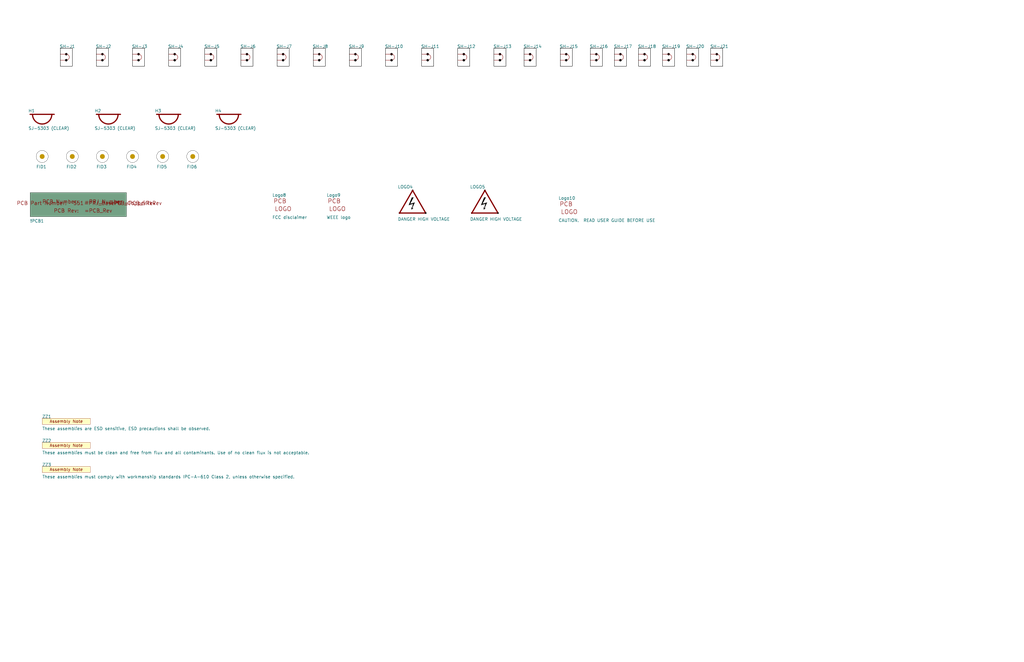
<source format=kicad_sch>
(kicad_sch (version 20250114) (generator "eeschema") (generator_version "9.0")
  (paper "User" 431.8 279.4)
  (title_block (title "Hardware") (date "Not shown in title block") (rev "Use project parameter SCH_Rev") (company "Not shown in title block"))
  (lib_symbols
    (symbol "Altium Vault - TI:root_0_Assembly Note_Altium Vault - TI" (pin_numbers (hide yes)) (pin_names (hide yes))
      (symbol "root_0_Assembly Note_Altium Vault - TI_1_0"
        (rectangle (start 10.16 1.27) (end -10.16 -1.27) (stroke (width 0.0254) (color 128 0 0 1)) (fill (type background)))
        (text "Assembly Note" (at 0 0 0) (effects (font (size 1.27 1.27))))
      )
    )
    (symbol "Altium Vault - TI:root_0_Bumpon_Altium Vault - TI" (pin_numbers (hide yes)) (pin_names (hide yes))
      (symbol "root_0_Bumpon_Altium Vault - TI_1_0"
        (polyline (pts (xy -5.08 0) (xy 5.08 0)) (stroke (width 0.508)))
        (arc (start 4.064 0) (mid 0 -4.064) (end -4.064 0) (stroke (width 0.508)))
      )
    )
    (symbol "Altium Vault - TI:root_0_CMP-0074769-1_Altium Vault - TI" (pin_numbers (hide yes)) (pin_names (hide yes))
      (symbol "root_0_CMP-0074769-1_Altium Vault - TI_1_0"
        (text "PCB" (at -1.328 1.524 0) (effects (font (size 1.778 1.778))))
        (text "LOGO" (at 0 -1.778 0) (effects (font (size 1.778 1.778))))
      )
    )
    (symbol "Altium Vault - TI:root_0_CMP-0074847-1_Altium Vault - TI" (pin_numbers (hide yes)) (pin_names (hide yes))
      (symbol "root_0_CMP-0074847-1_Altium Vault - TI_1_0"
        (text "PCB" (at -1.328 1.524 0) (effects (font (size 1.778 1.778))))
        (text "LOGO" (at 0 -1.778 0) (effects (font (size 1.778 1.778))))
      )
    )
    (symbol "Altium Vault - TI:root_0_Fiducial_Altium Vault - TI" (pin_numbers (hide yes)) (pin_names (hide yes))
      (symbol "root_0_Fiducial_Altium Vault - TI_1_0"
        (circle (center 0 0) (radius 1.016) (stroke (width -0.0001) (color 195 152 0 1)) (fill (type outline)))
        (circle (center 0 0) (radius 2.54) (stroke (width 0.0254) (color 0 0 0 1)) (fill (type color) (color 255 255 255 1)))
      )
    )
    (symbol "Altium Vault - TI:root_0_IEC_HighVoltage_Altium Vault - TI" (pin_numbers (hide yes)) (pin_names (hide yes))
      (symbol "root_0_IEC_HighVoltage_Altium Vault - TI_1_0"
        (circle (center -5.512 -4.813) (radius 0.318) (stroke (width -0.0001) (color 0 0 0 1)) (fill (type outline)))
        (circle (center -5.512 -4.813) (radius 0.318) (stroke (width -0.0001) (color 0 0 0 1)) (fill (type outline)))
        (polyline (pts (xy -5.512 -4.813) (xy 0 4.733)) (stroke (width 0.508)))
        (polyline (pts (xy -5.512 -4.813) (xy 5.512 -4.813)) (stroke (width 0.508)))
        (polyline (pts (xy -0.33 1.803) (xy 0.432 1.803) (xy -0.991 -0.889) (xy 0.965 -0.305) (xy -0.102 -2.667) (xy 0.33 -2.591) (xy -0.432 -3.454) (xy -0.584 -2.413) (xy -0.279 -2.616) (xy 0.178 -0.914) (xy -1.676 -1.524) (xy -0.33 1.803)) (stroke (width -0.0001) (color 0 0 0 1)) (fill (type outline)))
        (circle (center 0 4.733) (radius 0.318) (stroke (width -0.0001) (color 0 0 0 1)) (fill (type outline)))
        (circle (center 0 4.733) (radius 0.318) (stroke (width -0.0001) (color 0 0 0 1)) (fill (type outline)))
        (polyline (pts (xy 0 4.733) (xy 5.512 -4.813)) (stroke (width 0.508)))
        (circle (center 5.512 -4.813) (radius 0.318) (stroke (width -0.0001) (color 0 0 0 1)) (fill (type outline)))
        (circle (center 5.512 -4.813) (radius 0.318) (stroke (width -0.0001) (color 0 0 0 1)) (fill (type outline)))
      )
    )
    (symbol "Altium Vault - TI:root_0_Logo_Altium Vault - TI" (pin_numbers (hide yes)) (pin_names (hide yes))
      (symbol "root_0_Logo_Altium Vault - TI_1_0"
        (text "PCB" (at -1.328 1.524 0) (effects (font (size 1.778 1.778))))
        (text "LOGO" (at 0 -1.778 0) (effects (font (size 1.778 1.778))))
      )
    )
    (symbol "Altium Vault - TI:root_0_PCB_Altium Vault - TI_0" (pin_numbers (hide yes)) (pin_names (hide yes))
      (symbol "root_0_PCB_Altium Vault - TI_0_1_0"
        (rectangle (start 20.32 5.08) (end -20.32 -5.08) (stroke (width 0.0254) (color 0 0 0 1)) (fill (type color) (color 116 161 133 1)))
        (text "PCB Part Number:" (at -15.392 0.635 0) (effects (font (size 1.524 1.524))))
        (text "PCB Number:" (at -15.24 0.381 0) (effects (font (size 1.524 1.524)) (justify left bottom)))
        (text "PCB Rev:" (at -10.388 -3.429 0) (effects (font (size 1.524 1.524)) (justify left bottom)))
        (text "551" (at -2.21 0.635 0) (effects (font (size 1.524 1.524)) (justify left)))
        (text "=PRJ_BasePN" (at 2.388 0.635 0) (effects (font (size 1.524 1.524)) (justify left)))
        (text "=PRJ_Number" (at 2.54 0.381 0) (effects (font (size 1.524 1.524)) (justify left bottom)))
        (text "=PCB_Rev" (at 2.54 -3.429 0) (effects (font (size 1.524 1.524)) (justify left bottom)))
        (text "-" (at 11.938 0.762 0) (effects (font (size 1.524 1.524)) (justify left)))
        (text "=PCB_CopperRev" (at 12.954 0.635 0) (effects (font (size 1.524 1.524)) (justify left)))
        (text "=PCB_SilkRev" (at 19.279 0.635 0) (effects (font (size 1.524 1.524)) (justify left)))
      )
    )
    (symbol "Altium Vault - TI:root_0_Shunt_Altium Vault - TI" (pin_numbers (hide yes)) (pin_names (hide yes))
      (symbol "root_0_Shunt_Altium Vault - TI_1_0"
        (circle (center 0 2.54) (radius 0.508) (stroke (width -0.0001) (color 0 0 0 1)) (fill (type outline)))
        (polyline (pts (xy 0 2.54) (xy -2.54 2.54)))
        (arc (start 0 2.54) (mid 1.27 1.27) (end 0 0))
        (polyline (pts (xy 0 0) (xy -2.54 0)))
        (circle (center 0 0) (radius 0.508) (stroke (width -0.0001) (color 0 0 0 1)) (fill (type outline)))
        (rectangle (start 2.54 5.08) (end -2.54 -2.54) (stroke (width 0) (color 0 0 0 1)) (fill (type color) (color 255 255 255 1)))
      )
    )
    (symbol "root_0_Assembly Note_Altium Vault - TI_1" (pin_numbers (hide yes)) (pin_names (hide yes))
      (symbol "root_0_Assembly Note_Altium Vault - TI_1_1_0"
        (rectangle (start 10.16 1.27) (end -10.16 -1.27) (stroke (width 0.0254) (color 128 0 0 1)) (fill (type background)))
        (text "Assembly Note" (at 0 0 0) (effects (font (size 1.27 1.27))))
      )
    )
    (symbol "root_0_Assembly Note_Altium Vault - TI_2" (pin_numbers (hide yes)) (pin_names (hide yes))
      (symbol "root_0_Assembly Note_Altium Vault - TI_2_1_0"
        (rectangle (start 10.16 1.27) (end -10.16 -1.27) (stroke (width 0.0254) (color 128 0 0 1)) (fill (type background)))
        (text "Assembly Note" (at 0 0 0) (effects (font (size 1.27 1.27))))
      )
    )
  )
  (symbol (lib_id "Altium Vault - TI:root_0_Bumpon_Altium Vault - TI") (at 17.78 48.26 0) (unit 1)
    (property "Reference" "H1" (at 11.938 47.498 0) (effects (justify left bottom)))
    (property "Value" "SJ-5303 (CLEAR)" (at 11.938 54.864 0) (effects (justify left bottom)))
    (property "Footprint" "Bumpon_SJ5003Transparent" (effects (hide yes)))
    (property "Description" "Bumpon, Hemisphere, 0.44 X 0.20, Clear" (effects (hide yes)))
    (property "COMPTYPE" "Bumpon" (effects (hide yes)))
    (property "MANUFACTURER" "3M" (effects (hide yes)))
    (property "PARTNUMBER" "SJ-5303 (CLEAR)" (effects (hide yes)))
    (property "ROHS" "Y" (effects (hide yes)))
    (property "PACKAGEREFERENCE" "Transparent Bumpon" (effects (hide yes)))
    (property "MOUNTTYPE" "N/A" (effects (hide yes)))
    (property "COMPONENTLINK1DESCRIPTION" "Datasheet Link" (effects (hide yes)))
    (property "COMPONENTLINK1URL" "http://multimedia.mmm.com/mws/mediawebserver.dyn?6666660Zjcf6lVs6EVs666cIsCOrrrrQ-" (effects (hide yes)))
    (property "PUBLISHER" "Texas Instruments" (effects (hide yes)))
    (property "LATESTREVISIONDATE" "2017-03-09" (effects (hide yes)))
    (property "SUPPLIER 1" "Digi-Key" (effects (hide yes)))
    (property "SUPPLIER PART NUMBER 1" "SJ5303-7-ND" (effects (hide yes)))
    (property "SUPPLIER 2" "Newark" (effects (hide yes)))
    (property "SUPPLIER PART NUMBER 2" "23M7326" (effects (hide yes)))
    (property "SUPPLIER 3" "Mouser" (effects (hide yes)))
    (property "SUPPLIER PART NUMBER 3" "517-SJ-5303CL" (effects (hide yes)))
    (property "KEY" "SJ-5303 (CLEAR)" (effects (hide yes)))
  )
  (symbol (lib_id "Altium Vault - TI:root_0_Fiducial_Altium Vault - TI") (at 81.28 66.04 0) (unit 1)
    (property "Reference" "FID6" (at 78.74 71.12 0) (effects (justify left bottom)))
    (property "Value" "Fiducial" (effects (hide yes)))
    (property "Footprint" "Fiducial10-20" (effects (hide yes)))
    (property "Description" "Fiducial mark.  There is nothing to buy or mount." (effects (hide yes)))
    (property "COMPTYPE" "Fiducial" (effects (hide yes)))
    (property "MANUFACTURER" "N/A" (effects (hide yes)))
    (property "MOUNTTYPE" "N/A" (effects (hide yes)))
    (property "PACKAGEREFERENCE" "N/A" (effects (hide yes)))
    (property "PARTNUMBER" "N/A" (effects (hide yes)))
    (property "CLASSNAME" "FiducialMark" (effects (hide yes)))
    (property "LIBRARY REFERENCE" "Fiducial" (effects (hide yes)))
  )
  (symbol (lib_id "Altium Vault - TI:root_0_Shunt_Altium Vault - TI") (at 165.1 25.4 0) (unit 1)
    (property "Reference" "SH-J10" (at 162.306 20.32 0) (effects (justify left bottom)))
    (property "Value" "SNT-100-BK-G" (effects (hide yes)))
    (property "Footprint" "SNT-100-BK-G" (effects (hide yes)))
    (property "Description" "Shunt, 100mil, Gold plated, Black" (effects (hide yes)))
    (property "COMPONENTLINK1URL" "http://www.samtec.com/ftppub/pdf/SNT.PDF" (effects (hide yes)))
    (property "ALTIUM_VALUE" "1x2" (effects (hide yes)))
    (property "SUPPLIER 1" "Digi-Key" (effects (hide yes)))
    (property "COMPTYPE" "Shunt" (effects (hide yes)))
    (property "PACKAGEREFERENCE" "Shunt" (effects (hide yes)))
    (property "CLASSNAME" "Shunt" (effects (hide yes)))
    (property "ROHS" "Y" (effects (hide yes)))
    (property "ALTERNATE PARTNUMBER" "969102-0000-DA" (effects (hide yes)))
    (property "SUPPLIER PART NUMBER 1" "SAM8858-ND" (effects (hide yes)))
    (property "MOUNTTYPE" "N/A" (effects (hide yes)))
    (property "MANUFACTURER" "Samtec" (effects (hide yes)))
    (property "PARTNUMBER" "SNT-100-BK-G" (effects (hide yes)))
    (property "COMPONENTLINK1DESCRIPTION" "Datasheet Link" (effects (hide yes)))
    (property "ALTERNATE MANUFACTURER" "3M" (effects (hide yes)))
  )
  (symbol (lib_id "Altium Vault - TI:root_0_PCB_Altium Vault - TI_0") (at 33.02 86.36 0) (unit 1)
    (property "Reference" "!PCB1" (at 12.7 93.98 0) (effects (justify left bottom)))
    (property "Value" "Printed Circuit Board" (effects (hide yes)))
    (property "Description" "Printed Circuit Board" (effects (hide yes)))
    (property "COMPTYPE" "PCB" (effects (hide yes)))
    (property "MANUFACTURER" "Any" (effects (hide yes)))
    (property "ROHS" "O" (effects (hide yes)))
    (property "MOUNTTYPE" "N/A" (effects (hide yes)))
    (property "PUBLISHER" "Texas Instruments" (effects (hide yes)))
    (property "LATESTREVISIONDATE" "2017-03-09" (effects (hide yes)))
    (property "KEY" "PCB" (effects (hide yes)))
  )
  (symbol (lib_id "Altium Vault - TI:root_0_Shunt_Altium Vault - TI") (at 223.52 25.4 0) (unit 1)
    (property "Reference" "SH-J14" (at 220.726 20.32 0) (effects (justify left bottom)))
    (property "Value" "SNT-100-BK-G" (effects (hide yes)))
    (property "Footprint" "SNT-100-BK-G" (effects (hide yes)))
    (property "Description" "Shunt, 100mil, Gold plated, Black" (effects (hide yes)))
    (property "COMPONENTLINK1URL" "http://www.samtec.com/ftppub/pdf/SNT.PDF" (effects (hide yes)))
    (property "ALTIUM_VALUE" "1x2" (effects (hide yes)))
    (property "SUPPLIER 1" "Digi-Key" (effects (hide yes)))
    (property "COMPTYPE" "Shunt" (effects (hide yes)))
    (property "PACKAGEREFERENCE" "Shunt" (effects (hide yes)))
    (property "CLASSNAME" "Shunt" (effects (hide yes)))
    (property "ROHS" "Y" (effects (hide yes)))
    (property "ALTERNATE PARTNUMBER" "969102-0000-DA" (effects (hide yes)))
    (property "SUPPLIER PART NUMBER 1" "SAM8858-ND" (effects (hide yes)))
    (property "MOUNTTYPE" "N/A" (effects (hide yes)))
    (property "MANUFACTURER" "Samtec" (effects (hide yes)))
    (property "PARTNUMBER" "SNT-100-BK-G" (effects (hide yes)))
    (property "COMPONENTLINK1DESCRIPTION" "Datasheet Link" (effects (hide yes)))
    (property "ALTERNATE MANUFACTURER" "3M" (effects (hide yes)))
  )
  (symbol (lib_id "Altium Vault - TI:root_0_Bumpon_Altium Vault - TI") (at 45.72 48.26 0) (unit 1)
    (property "Reference" "H2" (at 39.878 47.498 0) (effects (justify left bottom)))
    (property "Value" "SJ-5303 (CLEAR)" (at 39.878 54.864 0) (effects (justify left bottom)))
    (property "Footprint" "Bumpon_SJ5003Transparent" (effects (hide yes)))
    (property "Description" "Bumpon, Hemisphere, 0.44 X 0.20, Clear" (effects (hide yes)))
    (property "COMPTYPE" "Bumpon" (effects (hide yes)))
    (property "MANUFACTURER" "3M" (effects (hide yes)))
    (property "PARTNUMBER" "SJ-5303 (CLEAR)" (effects (hide yes)))
    (property "ROHS" "Y" (effects (hide yes)))
    (property "PACKAGEREFERENCE" "Transparent Bumpon" (effects (hide yes)))
    (property "MOUNTTYPE" "N/A" (effects (hide yes)))
    (property "COMPONENTLINK1DESCRIPTION" "Datasheet Link" (effects (hide yes)))
    (property "COMPONENTLINK1URL" "http://multimedia.mmm.com/mws/mediawebserver.dyn?6666660Zjcf6lVs6EVs666cIsCOrrrrQ-" (effects (hide yes)))
    (property "PUBLISHER" "Texas Instruments" (effects (hide yes)))
    (property "LATESTREVISIONDATE" "2017-03-09" (effects (hide yes)))
    (property "SUPPLIER 1" "Digi-Key" (effects (hide yes)))
    (property "SUPPLIER PART NUMBER 1" "SJ5303-7-ND" (effects (hide yes)))
    (property "SUPPLIER 2" "Newark" (effects (hide yes)))
    (property "SUPPLIER PART NUMBER 2" "23M7326" (effects (hide yes)))
    (property "SUPPLIER 3" "Mouser" (effects (hide yes)))
    (property "SUPPLIER PART NUMBER 3" "517-SJ-5303CL" (effects (hide yes)))
    (property "KEY" "SJ-5303 (CLEAR)" (effects (hide yes)))
  )
  (symbol (lib_name "root_0_Assembly Note_Altium Vault - TI_2") (lib_id "Altium Vault - TI:root_0_Assembly Note_Altium Vault - TI") (at 27.94 198.12 0) (unit 1)
    (property "Reference" "ZZ3" (at 17.78 196.85 0) (effects (justify left bottom)))
    (property "Value" "These assemblies must comply with workmanship standards IPC-A-610 Class 2, unless otherwise specified." (at 17.78 201.93 0) (effects (justify left bottom)))
    (property "Footprint" "AssemblyNote" (effects (hide yes)))
    (property "Description" "These assemblies must comply with workmanship standards IPC-A-610 Class 2, unless otherwise specified." (effects (hide yes)))
    (property "COMPTYPE" "AssemblyNote" (effects (hide yes)))
    (property "CLASSNAME" "AssemblyNote" (effects (hide yes)))
    (property "PUBLISHER" "Texas Instruments" (effects (hide yes)))
    (property "LATESTREVISIONDATE" "2017-08-10" (effects (hide yes)))
    (property "KEY" "AssemblyNote" (effects (hide yes)))
  )
  (symbol (lib_id "Altium Vault - TI:root_0_Shunt_Altium Vault - TI") (at 271.78 25.4 0) (unit 1)
    (property "Reference" "SH-J18" (at 268.986 20.32 0) (effects (justify left bottom)))
    (property "Value" "SNT-100-BK-G" (effects (hide yes)))
    (property "Footprint" "SNT-100-BK-G" (effects (hide yes)))
    (property "Description" "Shunt, 100mil, Gold plated, Black" (effects (hide yes)))
    (property "COMPONENTLINK1URL" "http://www.samtec.com/ftppub/pdf/SNT.PDF" (effects (hide yes)))
    (property "ALTIUM_VALUE" "1x2" (effects (hide yes)))
    (property "SUPPLIER 1" "Digi-Key" (effects (hide yes)))
    (property "COMPTYPE" "Shunt" (effects (hide yes)))
    (property "PACKAGEREFERENCE" "Shunt" (effects (hide yes)))
    (property "CLASSNAME" "Shunt" (effects (hide yes)))
    (property "ROHS" "Y" (effects (hide yes)))
    (property "ALTERNATE PARTNUMBER" "969102-0000-DA" (effects (hide yes)))
    (property "SUPPLIER PART NUMBER 1" "SAM8858-ND" (effects (hide yes)))
    (property "MOUNTTYPE" "N/A" (effects (hide yes)))
    (property "MANUFACTURER" "Samtec" (effects (hide yes)))
    (property "PARTNUMBER" "SNT-100-BK-G" (effects (hide yes)))
    (property "COMPONENTLINK1DESCRIPTION" "Datasheet Link" (effects (hide yes)))
    (property "ALTERNATE MANUFACTURER" "3M" (effects (hide yes)))
  )
  (symbol (lib_id "Altium Vault - TI:root_0_Fiducial_Altium Vault - TI") (at 17.78 66.04 0) (unit 1)
    (property "Reference" "FID1" (at 15.24 71.12 0) (effects (justify left bottom)))
    (property "Value" "Fiducial" (effects (hide yes)))
    (property "Footprint" "Fiducial10-20" (effects (hide yes)))
    (property "Description" "Fiducial mark.  There is nothing to buy or mount." (effects (hide yes)))
    (property "COMPTYPE" "Fiducial" (effects (hide yes)))
    (property "MANUFACTURER" "N/A" (effects (hide yes)))
    (property "MOUNTTYPE" "N/A" (effects (hide yes)))
    (property "PACKAGEREFERENCE" "N/A" (effects (hide yes)))
    (property "PARTNUMBER" "N/A" (effects (hide yes)))
    (property "CLASSNAME" "FiducialMark" (effects (hide yes)))
    (property "LIBRARY REFERENCE" "Fiducial" (effects (hide yes)))
  )
  (symbol (lib_id "Altium Vault - TI:root_0_Shunt_Altium Vault - TI") (at 251.46 25.4 0) (unit 1)
    (property "Reference" "SH-J16" (at 248.666 20.32 0) (effects (justify left bottom)))
    (property "Value" "SNT-100-BK-G" (effects (hide yes)))
    (property "Footprint" "SNT-100-BK-G" (effects (hide yes)))
    (property "Description" "Shunt, 100mil, Gold plated, Black" (effects (hide yes)))
    (property "COMPONENTLINK1URL" "http://www.samtec.com/ftppub/pdf/SNT.PDF" (effects (hide yes)))
    (property "ALTIUM_VALUE" "1x2" (effects (hide yes)))
    (property "SUPPLIER 1" "Digi-Key" (effects (hide yes)))
    (property "COMPTYPE" "Shunt" (effects (hide yes)))
    (property "PACKAGEREFERENCE" "Shunt" (effects (hide yes)))
    (property "CLASSNAME" "Shunt" (effects (hide yes)))
    (property "ROHS" "Y" (effects (hide yes)))
    (property "ALTERNATE PARTNUMBER" "969102-0000-DA" (effects (hide yes)))
    (property "SUPPLIER PART NUMBER 1" "SAM8858-ND" (effects (hide yes)))
    (property "MOUNTTYPE" "N/A" (effects (hide yes)))
    (property "MANUFACTURER" "Samtec" (effects (hide yes)))
    (property "PARTNUMBER" "SNT-100-BK-G" (effects (hide yes)))
    (property "COMPONENTLINK1DESCRIPTION" "Datasheet Link" (effects (hide yes)))
    (property "ALTERNATE MANUFACTURER" "3M" (effects (hide yes)))
  )
  (symbol (lib_id "Altium Vault - TI:root_0_Shunt_Altium Vault - TI") (at 210.82 25.4 0) (unit 1)
    (property "Reference" "SH-J13" (at 208.026 20.32 0) (effects (justify left bottom)))
    (property "Value" "SNT-100-BK-G" (effects (hide yes)))
    (property "Footprint" "SNT-100-BK-G" (effects (hide yes)))
    (property "Description" "Shunt, 100mil, Gold plated, Black" (effects (hide yes)))
    (property "COMPONENTLINK1URL" "http://www.samtec.com/ftppub/pdf/SNT.PDF" (effects (hide yes)))
    (property "ALTIUM_VALUE" "1x2" (effects (hide yes)))
    (property "SUPPLIER 1" "Digi-Key" (effects (hide yes)))
    (property "COMPTYPE" "Shunt" (effects (hide yes)))
    (property "PACKAGEREFERENCE" "Shunt" (effects (hide yes)))
    (property "CLASSNAME" "Shunt" (effects (hide yes)))
    (property "ROHS" "Y" (effects (hide yes)))
    (property "ALTERNATE PARTNUMBER" "969102-0000-DA" (effects (hide yes)))
    (property "SUPPLIER PART NUMBER 1" "SAM8858-ND" (effects (hide yes)))
    (property "MOUNTTYPE" "N/A" (effects (hide yes)))
    (property "MANUFACTURER" "Samtec" (effects (hide yes)))
    (property "PARTNUMBER" "SNT-100-BK-G" (effects (hide yes)))
    (property "COMPONENTLINK1DESCRIPTION" "Datasheet Link" (effects (hide yes)))
    (property "ALTERNATE MANUFACTURER" "3M" (effects (hide yes)))
  )
  (symbol (lib_id "Altium Vault - TI:root_0_Shunt_Altium Vault - TI") (at 58.42 25.4 0) (unit 1)
    (property "Reference" "SH-J3" (at 55.626 20.32 0) (effects (justify left bottom)))
    (property "Value" "SNT-100-BK-G" (effects (hide yes)))
    (property "Footprint" "SNT-100-BK-G" (effects (hide yes)))
    (property "Description" "Shunt, 100mil, Gold plated, Black" (effects (hide yes)))
    (property "COMPONENTLINK1URL" "http://www.samtec.com/ftppub/pdf/SNT.PDF" (effects (hide yes)))
    (property "ALTIUM_VALUE" "1x2" (effects (hide yes)))
    (property "SUPPLIER 1" "Digi-Key" (effects (hide yes)))
    (property "COMPTYPE" "Shunt" (effects (hide yes)))
    (property "PACKAGEREFERENCE" "Shunt" (effects (hide yes)))
    (property "CLASSNAME" "Shunt" (effects (hide yes)))
    (property "ROHS" "Y" (effects (hide yes)))
    (property "ALTERNATE PARTNUMBER" "969102-0000-DA" (effects (hide yes)))
    (property "SUPPLIER PART NUMBER 1" "SAM8858-ND" (effects (hide yes)))
    (property "MOUNTTYPE" "N/A" (effects (hide yes)))
    (property "MANUFACTURER" "Samtec" (effects (hide yes)))
    (property "PARTNUMBER" "SNT-100-BK-G" (effects (hide yes)))
    (property "COMPONENTLINK1DESCRIPTION" "Datasheet Link" (effects (hide yes)))
    (property "ALTERNATE MANUFACTURER" "3M" (effects (hide yes)))
  )
  (symbol (lib_id "Altium Vault - TI:root_0_Fiducial_Altium Vault - TI") (at 43.18 66.04 0) (unit 1)
    (property "Reference" "FID3" (at 40.64 71.12 0) (effects (justify left bottom)))
    (property "Value" "Fiducial" (effects (hide yes)))
    (property "Footprint" "Fiducial10-20" (effects (hide yes)))
    (property "Description" "Fiducial mark.  There is nothing to buy or mount." (effects (hide yes)))
    (property "COMPTYPE" "Fiducial" (effects (hide yes)))
    (property "MANUFACTURER" "N/A" (effects (hide yes)))
    (property "MOUNTTYPE" "N/A" (effects (hide yes)))
    (property "PACKAGEREFERENCE" "N/A" (effects (hide yes)))
    (property "PARTNUMBER" "N/A" (effects (hide yes)))
    (property "CLASSNAME" "FiducialMark" (effects (hide yes)))
    (property "LIBRARY REFERENCE" "Fiducial" (effects (hide yes)))
  )
  (symbol (lib_id "Altium Vault - TI:root_0_Fiducial_Altium Vault - TI") (at 55.88 66.04 0) (unit 1)
    (property "Reference" "FID4" (at 53.34 71.12 0) (effects (justify left bottom)))
    (property "Value" "Fiducial" (effects (hide yes)))
    (property "Footprint" "Fiducial10-20" (effects (hide yes)))
    (property "Description" "Fiducial mark.  There is nothing to buy or mount." (effects (hide yes)))
    (property "COMPTYPE" "Fiducial" (effects (hide yes)))
    (property "MANUFACTURER" "N/A" (effects (hide yes)))
    (property "MOUNTTYPE" "N/A" (effects (hide yes)))
    (property "PACKAGEREFERENCE" "N/A" (effects (hide yes)))
    (property "PARTNUMBER" "N/A" (effects (hide yes)))
    (property "CLASSNAME" "FiducialMark" (effects (hide yes)))
    (property "LIBRARY REFERENCE" "Fiducial" (effects (hide yes)))
  )
  (symbol (lib_id "Altium Vault - TI:root_0_Shunt_Altium Vault - TI") (at 134.62 25.4 0) (unit 1)
    (property "Reference" "SH-J8" (at 131.826 20.32 0) (effects (justify left bottom)))
    (property "Value" "SNT-100-BK-G" (effects (hide yes)))
    (property "Footprint" "SNT-100-BK-G" (effects (hide yes)))
    (property "Description" "Shunt, 100mil, Gold plated, Black" (effects (hide yes)))
    (property "COMPONENTLINK1URL" "http://www.samtec.com/ftppub/pdf/SNT.PDF" (effects (hide yes)))
    (property "ALTIUM_VALUE" "1x2" (effects (hide yes)))
    (property "SUPPLIER 1" "Digi-Key" (effects (hide yes)))
    (property "COMPTYPE" "Shunt" (effects (hide yes)))
    (property "PACKAGEREFERENCE" "Shunt" (effects (hide yes)))
    (property "CLASSNAME" "Shunt" (effects (hide yes)))
    (property "ROHS" "Y" (effects (hide yes)))
    (property "ALTERNATE PARTNUMBER" "969102-0000-DA" (effects (hide yes)))
    (property "SUPPLIER PART NUMBER 1" "SAM8858-ND" (effects (hide yes)))
    (property "MOUNTTYPE" "N/A" (effects (hide yes)))
    (property "MANUFACTURER" "Samtec" (effects (hide yes)))
    (property "PARTNUMBER" "SNT-100-BK-G" (effects (hide yes)))
    (property "COMPONENTLINK1DESCRIPTION" "Datasheet Link" (effects (hide yes)))
    (property "ALTERNATE MANUFACTURER" "3M" (effects (hide yes)))
  )
  (symbol (lib_id "Altium Vault - TI:root_0_Shunt_Altium Vault - TI") (at 27.94 25.4 0) (unit 1)
    (property "Reference" "SH-J1" (at 25.146 20.32 0) (effects (justify left bottom)))
    (property "Value" "SNT-100-BK-G" (effects (hide yes)))
    (property "Footprint" "SNT-100-BK-G" (effects (hide yes)))
    (property "Description" "Shunt, 100mil, Gold plated, Black" (effects (hide yes)))
    (property "COMPONENTLINK1URL" "http://www.samtec.com/ftppub/pdf/SNT.PDF" (effects (hide yes)))
    (property "ALTIUM_VALUE" "1x2" (effects (hide yes)))
    (property "SUPPLIER 1" "Digi-Key" (effects (hide yes)))
    (property "COMPTYPE" "Shunt" (effects (hide yes)))
    (property "PACKAGEREFERENCE" "Shunt" (effects (hide yes)))
    (property "CLASSNAME" "Shunt" (effects (hide yes)))
    (property "ROHS" "Y" (effects (hide yes)))
    (property "ALTERNATE PARTNUMBER" "969102-0000-DA" (effects (hide yes)))
    (property "SUPPLIER PART NUMBER 1" "SAM8858-ND" (effects (hide yes)))
    (property "MOUNTTYPE" "N/A" (effects (hide yes)))
    (property "MANUFACTURER" "Samtec" (effects (hide yes)))
    (property "PARTNUMBER" "SNT-100-BK-G" (effects (hide yes)))
    (property "COMPONENTLINK1DESCRIPTION" "Datasheet Link" (effects (hide yes)))
    (property "ALTERNATE MANUFACTURER" "3M" (effects (hide yes)))
  )
  (symbol (lib_id "Altium Vault - TI:root_0_Logo_Altium Vault - TI") (at 240.03 87.63 0) (unit 1)
    (property "Reference" "Logo10" (at 235.502 84.328 0) (effects (justify left bottom)))
    (property "Value" "CAUTION.  READ USER GUIDE BEFORE USE" (at 235.502 93.726 0) (effects (justify left bottom)))
    (property "Footprint" "IEC_Caution_Medium" (effects (hide yes)))
    (property "Description" "IEC 61010-1 Caution Warning" (effects (hide yes)))
    (property "LIBRARY REFERENCE" "Logo" (effects (hide yes)))
    (property "PUBLISHER" "Texas Instruments" (effects (hide yes)))
    (property "SYMBOLCREATOR" "a0412235" (effects (hide yes)))
    (property "SYMBOLVERSION" "2011-08-22" (effects (hide yes)))
    (property "PUBLISHED" "2009-03-03" (effects (hide yes)))
    (property "LIB REFERENCE" "IEC_Caution" (effects (hide yes)))
    (property "LATESTREVISIONDATE" "2017-07-06" (effects (hide yes)))
    (property "PARTNUMBER" "CAUTION.  READ USER GUIDE BEFORE USE" (effects (hide yes)))
  )
  (symbol (lib_id "Altium Vault - TI:root_0_Shunt_Altium Vault - TI") (at 261.62 25.4 0) (unit 1)
    (property "Reference" "SH-J17" (at 258.826 20.32 0) (effects (justify left bottom)))
    (property "Value" "SNT-100-BK-G" (effects (hide yes)))
    (property "Footprint" "SNT-100-BK-G" (effects (hide yes)))
    (property "Description" "Shunt, 100mil, Gold plated, Black" (effects (hide yes)))
    (property "COMPONENTLINK1URL" "http://www.samtec.com/ftppub/pdf/SNT.PDF" (effects (hide yes)))
    (property "ALTIUM_VALUE" "1x2" (effects (hide yes)))
    (property "SUPPLIER 1" "Digi-Key" (effects (hide yes)))
    (property "COMPTYPE" "Shunt" (effects (hide yes)))
    (property "PACKAGEREFERENCE" "Shunt" (effects (hide yes)))
    (property "CLASSNAME" "Shunt" (effects (hide yes)))
    (property "ROHS" "Y" (effects (hide yes)))
    (property "ALTERNATE PARTNUMBER" "969102-0000-DA" (effects (hide yes)))
    (property "SUPPLIER PART NUMBER 1" "SAM8858-ND" (effects (hide yes)))
    (property "MOUNTTYPE" "N/A" (effects (hide yes)))
    (property "MANUFACTURER" "Samtec" (effects (hide yes)))
    (property "PARTNUMBER" "SNT-100-BK-G" (effects (hide yes)))
    (property "COMPONENTLINK1DESCRIPTION" "Datasheet Link" (effects (hide yes)))
    (property "ALTERNATE MANUFACTURER" "3M" (effects (hide yes)))
  )
  (symbol (lib_id "Altium Vault - TI:root_0_Shunt_Altium Vault - TI") (at 104.14 25.4 0) (unit 1)
    (property "Reference" "SH-J6" (at 101.346 20.32 0) (effects (justify left bottom)))
    (property "Value" "SNT-100-BK-G" (effects (hide yes)))
    (property "Footprint" "SNT-100-BK-G" (effects (hide yes)))
    (property "Description" "Shunt, 100mil, Gold plated, Black" (effects (hide yes)))
    (property "COMPONENTLINK1URL" "http://www.samtec.com/ftppub/pdf/SNT.PDF" (effects (hide yes)))
    (property "ALTIUM_VALUE" "1x2" (effects (hide yes)))
    (property "SUPPLIER 1" "Digi-Key" (effects (hide yes)))
    (property "COMPTYPE" "Shunt" (effects (hide yes)))
    (property "PACKAGEREFERENCE" "Shunt" (effects (hide yes)))
    (property "CLASSNAME" "Shunt" (effects (hide yes)))
    (property "ROHS" "Y" (effects (hide yes)))
    (property "ALTERNATE PARTNUMBER" "969102-0000-DA" (effects (hide yes)))
    (property "SUPPLIER PART NUMBER 1" "SAM8858-ND" (effects (hide yes)))
    (property "MOUNTTYPE" "N/A" (effects (hide yes)))
    (property "MANUFACTURER" "Samtec" (effects (hide yes)))
    (property "PARTNUMBER" "SNT-100-BK-G" (effects (hide yes)))
    (property "COMPONENTLINK1DESCRIPTION" "Datasheet Link" (effects (hide yes)))
    (property "ALTERNATE MANUFACTURER" "3M" (effects (hide yes)))
  )
  (symbol (lib_id "Altium Vault - TI:root_0_Shunt_Altium Vault - TI") (at 73.66 25.4 0) (unit 1)
    (property "Reference" "SH-J4" (at 70.866 20.32 0) (effects (justify left bottom)))
    (property "Value" "SNT-100-BK-G" (effects (hide yes)))
    (property "Footprint" "SNT-100-BK-G" (effects (hide yes)))
    (property "Description" "Shunt, 100mil, Gold plated, Black" (effects (hide yes)))
    (property "COMPONENTLINK1URL" "http://www.samtec.com/ftppub/pdf/SNT.PDF" (effects (hide yes)))
    (property "ALTIUM_VALUE" "1x2" (effects (hide yes)))
    (property "SUPPLIER 1" "Digi-Key" (effects (hide yes)))
    (property "COMPTYPE" "Shunt" (effects (hide yes)))
    (property "PACKAGEREFERENCE" "Shunt" (effects (hide yes)))
    (property "CLASSNAME" "Shunt" (effects (hide yes)))
    (property "ROHS" "Y" (effects (hide yes)))
    (property "ALTERNATE PARTNUMBER" "969102-0000-DA" (effects (hide yes)))
    (property "SUPPLIER PART NUMBER 1" "SAM8858-ND" (effects (hide yes)))
    (property "MOUNTTYPE" "N/A" (effects (hide yes)))
    (property "MANUFACTURER" "Samtec" (effects (hide yes)))
    (property "PARTNUMBER" "SNT-100-BK-G" (effects (hide yes)))
    (property "COMPONENTLINK1DESCRIPTION" "Datasheet Link" (effects (hide yes)))
    (property "ALTERNATE MANUFACTURER" "3M" (effects (hide yes)))
  )
  (symbol (lib_id "Altium Vault - TI:root_0_IEC_HighVoltage_Altium Vault - TI") (at 204.47 85.09 0) (unit 1)
    (property "Reference" "LOGO5" (at 198.196 79.595 0) (effects (justify left bottom)))
    (property "Value" "DANGER HIGH VOLTAGE" (at 198.196 93.205 0) (effects (justify left bottom)))
    (property "Footprint" "IEC_HighVoltage_Medium" (effects (hide yes)))
    (property "Description" "IEC 61010-1 High Voltage Warning" (effects (hide yes)))
    (property "LIBRARY REFERENCE" "IEC_HighVoltage" (effects (hide yes)))
    (property "PUBLISHER" "Texas Instruments" (effects (hide yes)))
    (property "SYMBOLCREATOR" "a0412235" (effects (hide yes)))
    (property "SYMBOLVERSION" "2011-08-22" (effects (hide yes)))
    (property "PUBLISHED" "2009-03-03" (effects (hide yes)))
    (property "LIB REFERENCE" "IEC_HighVoltage" (effects (hide yes)))
    (property "LATESTREVISIONDATE" "2017-07-06" (effects (hide yes)))
    (property "PARTNUMBER" "DANGER HIGH VOLTAGE" (effects (hide yes)))
  )
  (symbol (lib_id "Altium Vault - TI:root_0_Fiducial_Altium Vault - TI") (at 68.58 66.04 0) (unit 1)
    (property "Reference" "FID5" (at 66.04 71.12 0) (effects (justify left bottom)))
    (property "Value" "Fiducial" (effects (hide yes)))
    (property "Footprint" "Fiducial10-20" (effects (hide yes)))
    (property "Description" "Fiducial mark.  There is nothing to buy or mount." (effects (hide yes)))
    (property "COMPTYPE" "Fiducial" (effects (hide yes)))
    (property "MANUFACTURER" "N/A" (effects (hide yes)))
    (property "MOUNTTYPE" "N/A" (effects (hide yes)))
    (property "PACKAGEREFERENCE" "N/A" (effects (hide yes)))
    (property "PARTNUMBER" "N/A" (effects (hide yes)))
    (property "CLASSNAME" "FiducialMark" (effects (hide yes)))
    (property "LIBRARY REFERENCE" "Fiducial" (effects (hide yes)))
  )
  (symbol (lib_id "Altium Vault - TI:root_0_Shunt_Altium Vault - TI") (at 292.1 25.4 0) (unit 1)
    (property "Reference" "SH-J20" (at 289.306 20.32 0) (effects (justify left bottom)))
    (property "Value" "SNT-100-BK-G" (effects (hide yes)))
    (property "Footprint" "SNT-100-BK-G" (effects (hide yes)))
    (property "Description" "Shunt, 100mil, Gold plated, Black" (effects (hide yes)))
    (property "COMPONENTLINK1URL" "http://www.samtec.com/ftppub/pdf/SNT.PDF" (effects (hide yes)))
    (property "ALTIUM_VALUE" "1x2" (effects (hide yes)))
    (property "SUPPLIER 1" "Digi-Key" (effects (hide yes)))
    (property "COMPTYPE" "Shunt" (effects (hide yes)))
    (property "PACKAGEREFERENCE" "Shunt" (effects (hide yes)))
    (property "CLASSNAME" "Shunt" (effects (hide yes)))
    (property "ROHS" "Y" (effects (hide yes)))
    (property "ALTERNATE PARTNUMBER" "969102-0000-DA" (effects (hide yes)))
    (property "SUPPLIER PART NUMBER 1" "SAM8858-ND" (effects (hide yes)))
    (property "MOUNTTYPE" "N/A" (effects (hide yes)))
    (property "MANUFACTURER" "Samtec" (effects (hide yes)))
    (property "PARTNUMBER" "SNT-100-BK-G" (effects (hide yes)))
    (property "COMPONENTLINK1DESCRIPTION" "Datasheet Link" (effects (hide yes)))
    (property "ALTERNATE MANUFACTURER" "3M" (effects (hide yes)))
  )
  (symbol (lib_name "root_0_Assembly Note_Altium Vault - TI_1") (lib_id "Altium Vault - TI:root_0_Assembly Note_Altium Vault - TI") (at 27.94 187.96 0) (unit 1)
    (property "Reference" "ZZ2" (at 17.78 186.69 0) (effects (justify left bottom)))
    (property "Value" "These assemblies must be clean and free from flux and all contaminants. Use of no clean flux is not acceptable." (at 17.78 191.77 0) (effects (justify left bottom)))
    (property "Footprint" "AssemblyNote" (effects (hide yes)))
    (property "Description" "These assemblies must be clean and free from flux and all contaminants. Use of no clean flux is not acceptable." (effects (hide yes)))
    (property "COMPTYPE" "AssemblyNote" (effects (hide yes)))
    (property "CLASSNAME" "AssemblyNote" (effects (hide yes)))
    (property "PUBLISHER" "Texas Instruments" (effects (hide yes)))
    (property "LATESTREVISIONDATE" "2017-08-10" (effects (hide yes)))
    (property "KEY" "AssemblyNote" (effects (hide yes)))
  )
  (symbol (lib_id "Altium Vault - TI:root_0_Shunt_Altium Vault - TI") (at 43.18 25.4 0) (unit 1)
    (property "Reference" "SH-J2" (at 40.386 20.32 0) (effects (justify left bottom)))
    (property "Value" "SNT-100-BK-G" (effects (hide yes)))
    (property "Footprint" "SNT-100-BK-G" (effects (hide yes)))
    (property "Description" "Shunt, 100mil, Gold plated, Black" (effects (hide yes)))
    (property "COMPONENTLINK1URL" "http://www.samtec.com/ftppub/pdf/SNT.PDF" (effects (hide yes)))
    (property "ALTIUM_VALUE" "1x2" (effects (hide yes)))
    (property "SUPPLIER 1" "Digi-Key" (effects (hide yes)))
    (property "COMPTYPE" "Shunt" (effects (hide yes)))
    (property "PACKAGEREFERENCE" "Shunt" (effects (hide yes)))
    (property "CLASSNAME" "Shunt" (effects (hide yes)))
    (property "ROHS" "Y" (effects (hide yes)))
    (property "ALTERNATE PARTNUMBER" "969102-0000-DA" (effects (hide yes)))
    (property "SUPPLIER PART NUMBER 1" "SAM8858-ND" (effects (hide yes)))
    (property "MOUNTTYPE" "N/A" (effects (hide yes)))
    (property "MANUFACTURER" "Samtec" (effects (hide yes)))
    (property "PARTNUMBER" "SNT-100-BK-G" (effects (hide yes)))
    (property "COMPONENTLINK1DESCRIPTION" "Datasheet Link" (effects (hide yes)))
    (property "ALTERNATE MANUFACTURER" "3M" (effects (hide yes)))
  )
  (symbol (lib_id "Altium Vault - TI:root_0_Shunt_Altium Vault - TI") (at 238.76 25.4 0) (unit 1)
    (property "Reference" "SH-J15" (at 235.966 20.32 0) (effects (justify left bottom)))
    (property "Value" "SNT-100-BK-G" (effects (hide yes)))
    (property "Footprint" "SNT-100-BK-G" (effects (hide yes)))
    (property "Description" "Shunt, 100mil, Gold plated, Black" (effects (hide yes)))
    (property "COMPONENTLINK1URL" "http://www.samtec.com/ftppub/pdf/SNT.PDF" (effects (hide yes)))
    (property "ALTIUM_VALUE" "1x2" (effects (hide yes)))
    (property "SUPPLIER 1" "Digi-Key" (effects (hide yes)))
    (property "COMPTYPE" "Shunt" (effects (hide yes)))
    (property "PACKAGEREFERENCE" "Shunt" (effects (hide yes)))
    (property "CLASSNAME" "Shunt" (effects (hide yes)))
    (property "ROHS" "Y" (effects (hide yes)))
    (property "ALTERNATE PARTNUMBER" "969102-0000-DA" (effects (hide yes)))
    (property "SUPPLIER PART NUMBER 1" "SAM8858-ND" (effects (hide yes)))
    (property "MOUNTTYPE" "N/A" (effects (hide yes)))
    (property "MANUFACTURER" "Samtec" (effects (hide yes)))
    (property "PARTNUMBER" "SNT-100-BK-G" (effects (hide yes)))
    (property "COMPONENTLINK1DESCRIPTION" "Datasheet Link" (effects (hide yes)))
    (property "ALTERNATE MANUFACTURER" "3M" (effects (hide yes)))
  )
  (symbol (lib_id "Altium Vault - TI:root_0_Shunt_Altium Vault - TI") (at 180.34 25.4 0) (unit 1)
    (property "Reference" "SH-J11" (at 177.546 20.32 0) (effects (justify left bottom)))
    (property "Value" "SNT-100-BK-G" (effects (hide yes)))
    (property "Footprint" "SNT-100-BK-G" (effects (hide yes)))
    (property "Description" "Shunt, 100mil, Gold plated, Black" (effects (hide yes)))
    (property "COMPONENTLINK1URL" "http://www.samtec.com/ftppub/pdf/SNT.PDF" (effects (hide yes)))
    (property "ALTIUM_VALUE" "1x2" (effects (hide yes)))
    (property "SUPPLIER 1" "Digi-Key" (effects (hide yes)))
    (property "COMPTYPE" "Shunt" (effects (hide yes)))
    (property "PACKAGEREFERENCE" "Shunt" (effects (hide yes)))
    (property "CLASSNAME" "Shunt" (effects (hide yes)))
    (property "ROHS" "Y" (effects (hide yes)))
    (property "ALTERNATE PARTNUMBER" "969102-0000-DA" (effects (hide yes)))
    (property "SUPPLIER PART NUMBER 1" "SAM8858-ND" (effects (hide yes)))
    (property "MOUNTTYPE" "N/A" (effects (hide yes)))
    (property "MANUFACTURER" "Samtec" (effects (hide yes)))
    (property "PARTNUMBER" "SNT-100-BK-G" (effects (hide yes)))
    (property "COMPONENTLINK1DESCRIPTION" "Datasheet Link" (effects (hide yes)))
    (property "ALTERNATE MANUFACTURER" "3M" (effects (hide yes)))
  )
  (symbol (lib_id "Altium Vault - TI:root_0_Bumpon_Altium Vault - TI") (at 96.52 48.26 0) (unit 1)
    (property "Reference" "H4" (at 90.678 47.498 0) (effects (justify left bottom)))
    (property "Value" "SJ-5303 (CLEAR)" (at 90.678 54.864 0) (effects (justify left bottom)))
    (property "Footprint" "Bumpon_SJ5003Transparent" (effects (hide yes)))
    (property "Description" "Bumpon, Hemisphere, 0.44 X 0.20, Clear" (effects (hide yes)))
    (property "COMPTYPE" "Bumpon" (effects (hide yes)))
    (property "MANUFACTURER" "3M" (effects (hide yes)))
    (property "PARTNUMBER" "SJ-5303 (CLEAR)" (effects (hide yes)))
    (property "ROHS" "Y" (effects (hide yes)))
    (property "PACKAGEREFERENCE" "Transparent Bumpon" (effects (hide yes)))
    (property "MOUNTTYPE" "N/A" (effects (hide yes)))
    (property "COMPONENTLINK1DESCRIPTION" "Datasheet Link" (effects (hide yes)))
    (property "COMPONENTLINK1URL" "http://multimedia.mmm.com/mws/mediawebserver.dyn?6666660Zjcf6lVs6EVs666cIsCOrrrrQ-" (effects (hide yes)))
    (property "PUBLISHER" "Texas Instruments" (effects (hide yes)))
    (property "LATESTREVISIONDATE" "2017-03-09" (effects (hide yes)))
    (property "SUPPLIER 1" "Digi-Key" (effects (hide yes)))
    (property "SUPPLIER PART NUMBER 1" "SJ5303-7-ND" (effects (hide yes)))
    (property "SUPPLIER 2" "Newark" (effects (hide yes)))
    (property "SUPPLIER PART NUMBER 2" "23M7326" (effects (hide yes)))
    (property "SUPPLIER 3" "Mouser" (effects (hide yes)))
    (property "SUPPLIER PART NUMBER 3" "517-SJ-5303CL" (effects (hide yes)))
    (property "KEY" "SJ-5303 (CLEAR)" (effects (hide yes)))
  )
  (symbol (lib_id "Altium Vault - TI:root_0_Shunt_Altium Vault - TI") (at 195.58 25.4 0) (unit 1)
    (property "Reference" "SH-J12" (at 192.786 20.32 0) (effects (justify left bottom)))
    (property "Value" "SNT-100-BK-G" (effects (hide yes)))
    (property "Footprint" "SNT-100-BK-G" (effects (hide yes)))
    (property "Description" "Shunt, 100mil, Gold plated, Black" (effects (hide yes)))
    (property "COMPONENTLINK1URL" "http://www.samtec.com/ftppub/pdf/SNT.PDF" (effects (hide yes)))
    (property "ALTIUM_VALUE" "1x2" (effects (hide yes)))
    (property "SUPPLIER 1" "Digi-Key" (effects (hide yes)))
    (property "COMPTYPE" "Shunt" (effects (hide yes)))
    (property "PACKAGEREFERENCE" "Shunt" (effects (hide yes)))
    (property "CLASSNAME" "Shunt" (effects (hide yes)))
    (property "ROHS" "Y" (effects (hide yes)))
    (property "ALTERNATE PARTNUMBER" "969102-0000-DA" (effects (hide yes)))
    (property "SUPPLIER PART NUMBER 1" "SAM8858-ND" (effects (hide yes)))
    (property "MOUNTTYPE" "N/A" (effects (hide yes)))
    (property "MANUFACTURER" "Samtec" (effects (hide yes)))
    (property "PARTNUMBER" "SNT-100-BK-G" (effects (hide yes)))
    (property "COMPONENTLINK1DESCRIPTION" "Datasheet Link" (effects (hide yes)))
    (property "ALTERNATE MANUFACTURER" "3M" (effects (hide yes)))
  )
  (symbol (lib_id "Altium Vault - TI:root_0_Shunt_Altium Vault - TI") (at 88.9 25.4 0) (unit 1)
    (property "Reference" "SH-J5" (at 86.106 20.32 0) (effects (justify left bottom)))
    (property "Value" "SNT-100-BK-G" (effects (hide yes)))
    (property "Footprint" "SNT-100-BK-G" (effects (hide yes)))
    (property "Description" "Shunt, 100mil, Gold plated, Black" (effects (hide yes)))
    (property "COMPONENTLINK1URL" "http://www.samtec.com/ftppub/pdf/SNT.PDF" (effects (hide yes)))
    (property "ALTIUM_VALUE" "1x2" (effects (hide yes)))
    (property "SUPPLIER 1" "Digi-Key" (effects (hide yes)))
    (property "COMPTYPE" "Shunt" (effects (hide yes)))
    (property "PACKAGEREFERENCE" "Shunt" (effects (hide yes)))
    (property "CLASSNAME" "Shunt" (effects (hide yes)))
    (property "ROHS" "Y" (effects (hide yes)))
    (property "ALTERNATE PARTNUMBER" "969102-0000-DA" (effects (hide yes)))
    (property "SUPPLIER PART NUMBER 1" "SAM8858-ND" (effects (hide yes)))
    (property "MOUNTTYPE" "N/A" (effects (hide yes)))
    (property "MANUFACTURER" "Samtec" (effects (hide yes)))
    (property "PARTNUMBER" "SNT-100-BK-G" (effects (hide yes)))
    (property "COMPONENTLINK1DESCRIPTION" "Datasheet Link" (effects (hide yes)))
    (property "ALTERNATE MANUFACTURER" "3M" (effects (hide yes)))
  )
  (symbol (lib_id "Altium Vault - TI:root_0_Shunt_Altium Vault - TI") (at 149.86 25.4 0) (unit 1)
    (property "Reference" "SH-J9" (at 147.066 20.32 0) (effects (justify left bottom)))
    (property "Value" "SNT-100-BK-G" (effects (hide yes)))
    (property "Footprint" "SNT-100-BK-G" (effects (hide yes)))
    (property "Description" "Shunt, 100mil, Gold plated, Black" (effects (hide yes)))
    (property "COMPONENTLINK1URL" "http://www.samtec.com/ftppub/pdf/SNT.PDF" (effects (hide yes)))
    (property "ALTIUM_VALUE" "1x2" (effects (hide yes)))
    (property "SUPPLIER 1" "Digi-Key" (effects (hide yes)))
    (property "COMPTYPE" "Shunt" (effects (hide yes)))
    (property "PACKAGEREFERENCE" "Shunt" (effects (hide yes)))
    (property "CLASSNAME" "Shunt" (effects (hide yes)))
    (property "ROHS" "Y" (effects (hide yes)))
    (property "ALTERNATE PARTNUMBER" "969102-0000-DA" (effects (hide yes)))
    (property "SUPPLIER PART NUMBER 1" "SAM8858-ND" (effects (hide yes)))
    (property "MOUNTTYPE" "N/A" (effects (hide yes)))
    (property "MANUFACTURER" "Samtec" (effects (hide yes)))
    (property "PARTNUMBER" "SNT-100-BK-G" (effects (hide yes)))
    (property "COMPONENTLINK1DESCRIPTION" "Datasheet Link" (effects (hide yes)))
    (property "ALTERNATE MANUFACTURER" "3M" (effects (hide yes)))
  )
  (symbol (lib_id "Altium Vault - TI:root_0_Assembly Note_Altium Vault - TI") (at 27.94 177.8 0) (unit 1)
    (property "Reference" "ZZ1" (at 17.78 176.53 0) (effects (justify left bottom)))
    (property "Value" "These assemblies are ESD sensitive, ESD precautions shall be observed." (at 17.78 181.61 0) (effects (justify left bottom)))
    (property "Footprint" "AssemblyNote" (effects (hide yes)))
    (property "Description" "These assemblies are ESD sensitive, ESD precautions shall be observed." (effects (hide yes)))
    (property "COMPTYPE" "AssemblyNote" (effects (hide yes)))
    (property "CLASSNAME" "AssemblyNote" (effects (hide yes)))
    (property "PUBLISHER" "Texas Instruments" (effects (hide yes)))
    (property "LATESTREVISIONDATE" "2017-08-10" (effects (hide yes)))
    (property "KEY" "AssemblyNote" (effects (hide yes)))
  )
  (symbol (lib_id "Altium Vault - TI:root_0_IEC_HighVoltage_Altium Vault - TI") (at 173.99 85.09 0) (unit 1)
    (property "Reference" "LOGO4" (at 167.716 79.595 0) (effects (justify left bottom)))
    (property "Value" "DANGER HIGH VOLTAGE" (at 167.716 93.205 0) (effects (justify left bottom)))
    (property "Footprint" "IEC_HighVoltage_Medium" (effects (hide yes)))
    (property "Description" "IEC 61010-1 High Voltage Warning" (effects (hide yes)))
    (property "LIBRARY REFERENCE" "IEC_HighVoltage" (effects (hide yes)))
    (property "PUBLISHER" "Texas Instruments" (effects (hide yes)))
    (property "SYMBOLCREATOR" "a0412235" (effects (hide yes)))
    (property "SYMBOLVERSION" "2011-08-22" (effects (hide yes)))
    (property "PUBLISHED" "2009-03-03" (effects (hide yes)))
    (property "LIB REFERENCE" "IEC_HighVoltage" (effects (hide yes)))
    (property "LATESTREVISIONDATE" "2017-07-06" (effects (hide yes)))
    (property "PARTNUMBER" "DANGER HIGH VOLTAGE" (effects (hide yes)))
  )
  (symbol (lib_id "Altium Vault - TI:root_0_Bumpon_Altium Vault - TI") (at 71.12 48.26 0) (unit 1)
    (property "Reference" "H3" (at 65.278 47.498 0) (effects (justify left bottom)))
    (property "Value" "SJ-5303 (CLEAR)" (at 65.278 54.864 0) (effects (justify left bottom)))
    (property "Footprint" "Bumpon_SJ5003Transparent" (effects (hide yes)))
    (property "Description" "Bumpon, Hemisphere, 0.44 X 0.20, Clear" (effects (hide yes)))
    (property "COMPTYPE" "Bumpon" (effects (hide yes)))
    (property "MANUFACTURER" "3M" (effects (hide yes)))
    (property "PARTNUMBER" "SJ-5303 (CLEAR)" (effects (hide yes)))
    (property "ROHS" "Y" (effects (hide yes)))
    (property "PACKAGEREFERENCE" "Transparent Bumpon" (effects (hide yes)))
    (property "MOUNTTYPE" "N/A" (effects (hide yes)))
    (property "COMPONENTLINK1DESCRIPTION" "Datasheet Link" (effects (hide yes)))
    (property "COMPONENTLINK1URL" "http://multimedia.mmm.com/mws/mediawebserver.dyn?6666660Zjcf6lVs6EVs666cIsCOrrrrQ-" (effects (hide yes)))
    (property "PUBLISHER" "Texas Instruments" (effects (hide yes)))
    (property "LATESTREVISIONDATE" "2017-03-09" (effects (hide yes)))
    (property "SUPPLIER 1" "Digi-Key" (effects (hide yes)))
    (property "SUPPLIER PART NUMBER 1" "SJ5303-7-ND" (effects (hide yes)))
    (property "SUPPLIER 2" "Newark" (effects (hide yes)))
    (property "SUPPLIER PART NUMBER 2" "23M7326" (effects (hide yes)))
    (property "SUPPLIER 3" "Mouser" (effects (hide yes)))
    (property "SUPPLIER PART NUMBER 3" "517-SJ-5303CL" (effects (hide yes)))
    (property "KEY" "SJ-5303 (CLEAR)" (effects (hide yes)))
  )
  (symbol (lib_id "Altium Vault - TI:root_0_Fiducial_Altium Vault - TI") (at 30.48 66.04 0) (unit 1)
    (property "Reference" "FID2" (at 27.94 71.12 0) (effects (justify left bottom)))
    (property "Value" "Fiducial" (effects (hide yes)))
    (property "Footprint" "Fiducial10-20" (effects (hide yes)))
    (property "Description" "Fiducial mark.  There is nothing to buy or mount." (effects (hide yes)))
    (property "COMPTYPE" "Fiducial" (effects (hide yes)))
    (property "MANUFACTURER" "N/A" (effects (hide yes)))
    (property "MOUNTTYPE" "N/A" (effects (hide yes)))
    (property "PACKAGEREFERENCE" "N/A" (effects (hide yes)))
    (property "PARTNUMBER" "N/A" (effects (hide yes)))
    (property "CLASSNAME" "FiducialMark" (effects (hide yes)))
    (property "LIBRARY REFERENCE" "Fiducial" (effects (hide yes)))
  )
  (symbol (lib_id "Altium Vault - TI:root_0_Shunt_Altium Vault - TI") (at 281.94 25.4 0) (unit 1)
    (property "Reference" "SH-J19" (at 279.146 20.32 0) (effects (justify left bottom)))
    (property "Value" "SNT-100-BK-G" (effects (hide yes)))
    (property "Footprint" "SNT-100-BK-G" (effects (hide yes)))
    (property "Description" "Shunt, 100mil, Gold plated, Black" (effects (hide yes)))
    (property "COMPONENTLINK1URL" "http://www.samtec.com/ftppub/pdf/SNT.PDF" (effects (hide yes)))
    (property "ALTIUM_VALUE" "1x2" (effects (hide yes)))
    (property "SUPPLIER 1" "Digi-Key" (effects (hide yes)))
    (property "COMPTYPE" "Shunt" (effects (hide yes)))
    (property "PACKAGEREFERENCE" "Shunt" (effects (hide yes)))
    (property "CLASSNAME" "Shunt" (effects (hide yes)))
    (property "ROHS" "Y" (effects (hide yes)))
    (property "ALTERNATE PARTNUMBER" "969102-0000-DA" (effects (hide yes)))
    (property "SUPPLIER PART NUMBER 1" "SAM8858-ND" (effects (hide yes)))
    (property "MOUNTTYPE" "N/A" (effects (hide yes)))
    (property "MANUFACTURER" "Samtec" (effects (hide yes)))
    (property "PARTNUMBER" "SNT-100-BK-G" (effects (hide yes)))
    (property "COMPONENTLINK1DESCRIPTION" "Datasheet Link" (effects (hide yes)))
    (property "ALTERNATE MANUFACTURER" "3M" (effects (hide yes)))
  )
  (symbol (lib_id "Altium Vault - TI:root_0_CMP-0074847-1_Altium Vault - TI") (at 119.38 86.36 0) (unit 1)
    (property "Reference" "Logo8" (at 114.78 83.058 0) (effects (justify left bottom)))
    (property "Value" "FCC disclaimer" (at 114.78 92.456 0) (effects (justify left bottom)))
    (property "Footprint" "FCC_disclaimer" (effects (hide yes)))
    (property "Description" "FCC_disclaimer" (effects (hide yes)))
    (property "PUBLISHED" "2009-03-03" (effects (hide yes)))
    (property "PUBLISHER" "Texas Instruments" (effects (hide yes)))
    (property "LATESTREVISIONDATE" "2017-07-06" (effects (hide yes)))
    (property "LIB REFERENCE" "FCC_disclaimer" (effects (hide yes)))
    (property "PARTNUMBER" "FCC disclaimer" (effects (hide yes)))
    (property "LIBRARY REFERENCE" "Logo" (effects (hide yes)))
  )
  (symbol (lib_id "Altium Vault - TI:root_0_Shunt_Altium Vault - TI") (at 119.38 25.4 0) (unit 1)
    (property "Reference" "SH-J7" (at 116.586 20.32 0) (effects (justify left bottom)))
    (property "Value" "SNT-100-BK-G" (effects (hide yes)))
    (property "Footprint" "SNT-100-BK-G" (effects (hide yes)))
    (property "Description" "Shunt, 100mil, Gold plated, Black" (effects (hide yes)))
    (property "COMPONENTLINK1URL" "http://www.samtec.com/ftppub/pdf/SNT.PDF" (effects (hide yes)))
    (property "ALTIUM_VALUE" "1x2" (effects (hide yes)))
    (property "SUPPLIER 1" "Digi-Key" (effects (hide yes)))
    (property "COMPTYPE" "Shunt" (effects (hide yes)))
    (property "PACKAGEREFERENCE" "Shunt" (effects (hide yes)))
    (property "CLASSNAME" "Shunt" (effects (hide yes)))
    (property "ROHS" "Y" (effects (hide yes)))
    (property "ALTERNATE PARTNUMBER" "969102-0000-DA" (effects (hide yes)))
    (property "SUPPLIER PART NUMBER 1" "SAM8858-ND" (effects (hide yes)))
    (property "MOUNTTYPE" "N/A" (effects (hide yes)))
    (property "MANUFACTURER" "Samtec" (effects (hide yes)))
    (property "PARTNUMBER" "SNT-100-BK-G" (effects (hide yes)))
    (property "COMPONENTLINK1DESCRIPTION" "Datasheet Link" (effects (hide yes)))
    (property "ALTERNATE MANUFACTURER" "3M" (effects (hide yes)))
  )
  (symbol (lib_id "Altium Vault - TI:root_0_CMP-0074769-1_Altium Vault - TI") (at 142.24 86.36 0) (unit 1)
    (property "Reference" "Logo9" (at 137.713 83.058 0) (effects (justify left bottom)))
    (property "Value" "WEEE logo" (at 137.713 92.456 0) (effects (justify left bottom)))
    (property "Footprint" "WEEE_Minimum" (effects (hide yes)))
    (property "Description" "WEEE logo" (effects (hide yes)))
    (property "LIBRARY REFERENCE" "WEEE logo" (effects (hide yes)))
    (property "LIB REFERENCE" "WEEE logo" (effects (hide yes)))
    (property "PARTNUMBER" "WEEE logo" (effects (hide yes)))
  )
  (symbol (lib_id "Altium Vault - TI:root_0_Shunt_Altium Vault - TI") (at 302.26 25.4 0) (unit 1)
    (property "Reference" "SH-J21" (at 299.466 20.32 0) (effects (justify left bottom)))
    (property "Value" "SNT-100-BK-G" (effects (hide yes)))
    (property "Footprint" "SNT-100-BK-G" (effects (hide yes)))
    (property "Description" "Shunt, 100mil, Gold plated, Black" (effects (hide yes)))
    (property "COMPONENTLINK1URL" "http://www.samtec.com/ftppub/pdf/SNT.PDF" (effects (hide yes)))
    (property "ALTIUM_VALUE" "1x2" (effects (hide yes)))
    (property "SUPPLIER 1" "Digi-Key" (effects (hide yes)))
    (property "COMPTYPE" "Shunt" (effects (hide yes)))
    (property "PACKAGEREFERENCE" "Shunt" (effects (hide yes)))
    (property "CLASSNAME" "Shunt" (effects (hide yes)))
    (property "ROHS" "Y" (effects (hide yes)))
    (property "ALTERNATE PARTNUMBER" "969102-0000-DA" (effects (hide yes)))
    (property "SUPPLIER PART NUMBER 1" "SAM8858-ND" (effects (hide yes)))
    (property "MOUNTTYPE" "N/A" (effects (hide yes)))
    (property "MANUFACTURER" "Samtec" (effects (hide yes)))
    (property "PARTNUMBER" "SNT-100-BK-G" (effects (hide yes)))
    (property "COMPONENTLINK1DESCRIPTION" "Datasheet Link" (effects (hide yes)))
    (property "ALTERNATE MANUFACTURER" "3M" (effects (hide yes)))
  )
)
</source>
